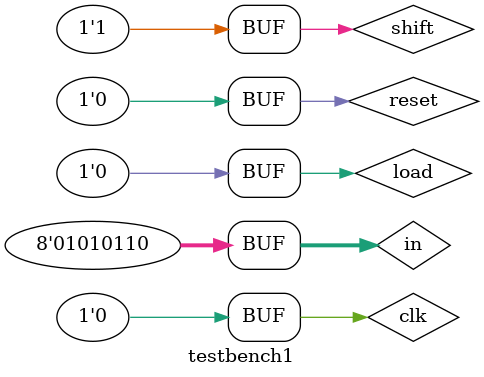
<source format=sv>
`timescale 1ns / 1ps

module testbench1();
logic clk, reset, shift, load;
logic [7:0] in, q;
shiftRegister dut(clk, reset, shift, load, in, q);
initial begin
    reset <= 1;
    reset <= 0;
    shift <= 0;
    load <= 1;
    in[0] <= 0; #5;
    in[1] <= 1; #5;
    in[2] <= 1; #5;
    in[3] <= 0; #5;
    in[4] <= 1; #5;
    in[5] <= 0; #5;
    in[6] <= 1; #5;
    in[7] <= 0; #5;
    load <= 0;
    shift <= 1;
end
always
begin
    clk <= 1; #1;
    clk <= 0; #1;
end


endmodule

</source>
